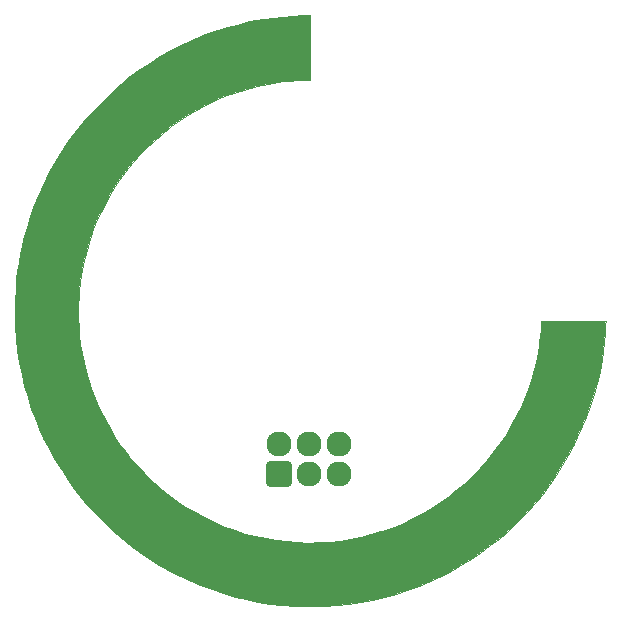
<source format=gbr>
%TF.GenerationSoftware,KiCad,Pcbnew,(6.0.7)*%
%TF.CreationDate,2022-09-05T18:42:41-05:00*%
%TF.ProjectId,Corelight SAO,436f7265-6c69-4676-9874-2053414f2e6b,rev?*%
%TF.SameCoordinates,Original*%
%TF.FileFunction,Soldermask,Top*%
%TF.FilePolarity,Negative*%
%FSLAX46Y46*%
G04 Gerber Fmt 4.6, Leading zero omitted, Abs format (unit mm)*
G04 Created by KiCad (PCBNEW (6.0.7)) date 2022-09-05 18:42:41*
%MOMM*%
%LPD*%
G01*
G04 APERTURE LIST*
G04 Aperture macros list*
%AMRoundRect*
0 Rectangle with rounded corners*
0 $1 Rounding radius*
0 $2 $3 $4 $5 $6 $7 $8 $9 X,Y pos of 4 corners*
0 Add a 4 corners polygon primitive as box body*
4,1,4,$2,$3,$4,$5,$6,$7,$8,$9,$2,$3,0*
0 Add four circle primitives for the rounded corners*
1,1,$1+$1,$2,$3*
1,1,$1+$1,$4,$5*
1,1,$1+$1,$6,$7*
1,1,$1+$1,$8,$9*
0 Add four rect primitives between the rounded corners*
20,1,$1+$1,$2,$3,$4,$5,0*
20,1,$1+$1,$4,$5,$6,$7,0*
20,1,$1+$1,$6,$7,$8,$9,0*
20,1,$1+$1,$8,$9,$2,$3,0*%
G04 Aperture macros list end*
%ADD10C,0.010000*%
%ADD11O,2.127200X2.127200*%
%ADD12RoundRect,0.200000X-0.863600X0.863600X-0.863600X-0.863600X0.863600X-0.863600X0.863600X0.863600X0*%
%ADD13C,2.127200*%
G04 APERTURE END LIST*
%TO.C,G\u002A\u002A\u002A*%
G36*
X152561805Y-83589102D02*
G01*
X152207263Y-83601779D01*
X151754144Y-83620496D01*
X151336434Y-83643172D01*
X150947346Y-83670340D01*
X150580096Y-83702534D01*
X150227897Y-83740288D01*
X149883962Y-83784137D01*
X149876995Y-83785097D01*
X148977651Y-83930382D01*
X148090035Y-84116106D01*
X147215209Y-84341739D01*
X146354239Y-84606751D01*
X145508188Y-84910614D01*
X144678120Y-85252796D01*
X143865099Y-85632769D01*
X143070190Y-86050004D01*
X142294457Y-86503969D01*
X141538963Y-86994136D01*
X140804772Y-87519975D01*
X140092950Y-88080957D01*
X139404558Y-88676551D01*
X138740663Y-89306229D01*
X138696433Y-89350273D01*
X138066719Y-90007373D01*
X137474274Y-90683769D01*
X136917832Y-91381225D01*
X136396130Y-92101504D01*
X135907903Y-92846369D01*
X135451888Y-93617585D01*
X135026819Y-94416916D01*
X134940788Y-94589692D01*
X134557654Y-95415560D01*
X134214762Y-96254536D01*
X133912154Y-97106459D01*
X133649873Y-97971166D01*
X133427962Y-98848494D01*
X133246463Y-99738281D01*
X133105418Y-100640365D01*
X133004871Y-101554584D01*
X132961780Y-102146192D01*
X132954750Y-102298747D01*
X132949204Y-102485523D01*
X132945142Y-102698432D01*
X132942564Y-102929387D01*
X132941472Y-103170300D01*
X132941866Y-103413086D01*
X132943746Y-103649655D01*
X132947113Y-103871922D01*
X132951967Y-104071800D01*
X132958310Y-104241200D01*
X132961641Y-104305192D01*
X133025512Y-105137075D01*
X133119211Y-105943504D01*
X133243535Y-106729837D01*
X133399285Y-107501434D01*
X133504720Y-107945859D01*
X133745089Y-108819271D01*
X134025203Y-109678545D01*
X134344576Y-110522715D01*
X134702721Y-111350816D01*
X135099152Y-112161881D01*
X135533382Y-112954945D01*
X136004925Y-113729040D01*
X136513294Y-114483203D01*
X137058002Y-115216466D01*
X137353687Y-115587025D01*
X137777217Y-116085385D01*
X138233145Y-116585009D01*
X138712751Y-117077108D01*
X139207312Y-117552887D01*
X139708105Y-118003555D01*
X139983240Y-118237703D01*
X140691492Y-118800615D01*
X141423978Y-119329681D01*
X142179058Y-119824073D01*
X142955092Y-120282965D01*
X143750441Y-120705530D01*
X144563465Y-121090942D01*
X145392523Y-121438373D01*
X146235976Y-121746997D01*
X147092184Y-122015988D01*
X147905138Y-122231468D01*
X148792176Y-122424208D01*
X149685300Y-122575620D01*
X150582885Y-122685765D01*
X151483306Y-122754707D01*
X152384938Y-122782508D01*
X153286156Y-122769231D01*
X154185334Y-122714939D01*
X155080848Y-122619694D01*
X155971073Y-122483561D01*
X156854382Y-122306601D01*
X157729152Y-122088877D01*
X158593758Y-121830453D01*
X158636638Y-121816482D01*
X159486759Y-121516206D01*
X160322362Y-121176571D01*
X161141726Y-120798570D01*
X161943132Y-120383196D01*
X162724860Y-119931443D01*
X163485190Y-119444302D01*
X164222403Y-118922769D01*
X164934777Y-118367835D01*
X165611055Y-117789053D01*
X165744623Y-117666811D01*
X165899929Y-117520505D01*
X166069910Y-117357099D01*
X166247507Y-117183559D01*
X166425656Y-117006849D01*
X166597298Y-116833933D01*
X166755370Y-116671776D01*
X166892812Y-116527342D01*
X166921510Y-116496556D01*
X167520235Y-115820273D01*
X168086205Y-115117871D01*
X168618640Y-114390865D01*
X169116761Y-113640767D01*
X169579789Y-112869090D01*
X170006946Y-112077348D01*
X170397453Y-111267055D01*
X170750532Y-110439723D01*
X171065402Y-109596866D01*
X171341286Y-108739998D01*
X171577405Y-107870631D01*
X171746794Y-107120359D01*
X171830886Y-106681830D01*
X171907044Y-106228259D01*
X171973910Y-105769942D01*
X172030128Y-105317173D01*
X172074340Y-104880245D01*
X172105190Y-104469454D01*
X172111671Y-104352163D01*
X172126245Y-104061775D01*
X177585880Y-104061775D01*
X177572047Y-104310484D01*
X177544268Y-104769158D01*
X177513521Y-105194385D01*
X177478880Y-105595000D01*
X177439415Y-105979840D01*
X177394198Y-106357742D01*
X177342302Y-106737541D01*
X177282797Y-107128074D01*
X177263534Y-107247359D01*
X177077158Y-108257501D01*
X176850186Y-109255730D01*
X176582771Y-110241576D01*
X176275067Y-111214568D01*
X175927225Y-112174237D01*
X175539400Y-113120115D01*
X175111744Y-114051730D01*
X174922916Y-114433442D01*
X174442787Y-115336914D01*
X173926715Y-116218646D01*
X173375687Y-117077578D01*
X172790694Y-117912647D01*
X172172722Y-118722792D01*
X171522760Y-119506951D01*
X170841797Y-120264062D01*
X170130822Y-120993064D01*
X169390822Y-121692895D01*
X168622786Y-122362493D01*
X167827703Y-123000797D01*
X167006561Y-123606744D01*
X166160348Y-124179274D01*
X165420555Y-124639778D01*
X164524321Y-125151751D01*
X163612985Y-125624202D01*
X162686855Y-126057037D01*
X161746240Y-126450162D01*
X160791451Y-126803485D01*
X159822795Y-127116911D01*
X158840582Y-127390347D01*
X157845121Y-127623698D01*
X156836720Y-127816872D01*
X155815690Y-127969774D01*
X154782338Y-128082312D01*
X153842388Y-128148987D01*
X153714371Y-128154269D01*
X153550677Y-128158621D01*
X153357817Y-128162049D01*
X153142302Y-128164559D01*
X152910646Y-128166155D01*
X152669360Y-128166843D01*
X152424956Y-128166629D01*
X152183946Y-128165519D01*
X151952842Y-128163517D01*
X151738157Y-128160628D01*
X151546402Y-128156860D01*
X151384089Y-128152216D01*
X151260055Y-128146832D01*
X150220375Y-128068576D01*
X149191453Y-127949566D01*
X148173875Y-127789998D01*
X147168229Y-127590069D01*
X146175100Y-127349974D01*
X145195077Y-127069911D01*
X144228747Y-126750077D01*
X143276696Y-126390668D01*
X142339512Y-125991880D01*
X141417781Y-125553911D01*
X140512091Y-125076957D01*
X139623029Y-124561214D01*
X138751182Y-124006879D01*
X138602388Y-123907244D01*
X138010577Y-123496736D01*
X137444071Y-123080148D01*
X136896570Y-122652185D01*
X136361775Y-122207556D01*
X135833388Y-121740966D01*
X135305110Y-121247122D01*
X134770643Y-120720731D01*
X134580333Y-120527192D01*
X133915975Y-119816700D01*
X133276910Y-119073650D01*
X132664796Y-118300609D01*
X132081295Y-117500141D01*
X131528066Y-116674811D01*
X131006768Y-115827185D01*
X130519062Y-114959828D01*
X130066607Y-114075306D01*
X129651062Y-113176183D01*
X129335421Y-112420759D01*
X128974943Y-111457924D01*
X128655229Y-110484085D01*
X128376389Y-109500036D01*
X128138532Y-108506576D01*
X127941767Y-107504499D01*
X127786202Y-106494602D01*
X127671949Y-105477682D01*
X127599115Y-104454534D01*
X127567809Y-103425956D01*
X127578142Y-102392743D01*
X127630222Y-101355692D01*
X127702782Y-100516359D01*
X127786010Y-99817548D01*
X127894173Y-99096607D01*
X128025599Y-98364330D01*
X128074067Y-98120668D01*
X128298708Y-97123943D01*
X128563739Y-96139151D01*
X128868618Y-95167415D01*
X129212804Y-94209859D01*
X129595757Y-93267607D01*
X130016934Y-92341784D01*
X130475796Y-91433513D01*
X130971801Y-90543919D01*
X131504408Y-89674126D01*
X132073076Y-88825257D01*
X132677264Y-87998438D01*
X133316430Y-87194792D01*
X133355504Y-87147786D01*
X133904474Y-86512482D01*
X134485526Y-85884554D01*
X135090659Y-85272011D01*
X135711869Y-84682862D01*
X136341155Y-84125113D01*
X136564342Y-83936710D01*
X137355820Y-83304145D01*
X138171955Y-82704108D01*
X139010891Y-82137591D01*
X139870768Y-81605584D01*
X140749728Y-81109079D01*
X141645914Y-80649068D01*
X142557469Y-80226541D01*
X143482532Y-79842490D01*
X144419248Y-79497906D01*
X145365757Y-79193781D01*
X145561845Y-79136230D01*
X146348770Y-78921205D01*
X147125012Y-78734271D01*
X147897211Y-78574411D01*
X148672006Y-78440611D01*
X149456037Y-78331856D01*
X150255943Y-78247131D01*
X151078364Y-78185420D01*
X151929939Y-78145710D01*
X152069680Y-78141320D01*
X152561805Y-78126854D01*
X152561805Y-83589102D01*
G37*
D10*
X152561805Y-83589102D02*
X152207263Y-83601779D01*
X151754144Y-83620496D01*
X151336434Y-83643172D01*
X150947346Y-83670340D01*
X150580096Y-83702534D01*
X150227897Y-83740288D01*
X149883962Y-83784137D01*
X149876995Y-83785097D01*
X148977651Y-83930382D01*
X148090035Y-84116106D01*
X147215209Y-84341739D01*
X146354239Y-84606751D01*
X145508188Y-84910614D01*
X144678120Y-85252796D01*
X143865099Y-85632769D01*
X143070190Y-86050004D01*
X142294457Y-86503969D01*
X141538963Y-86994136D01*
X140804772Y-87519975D01*
X140092950Y-88080957D01*
X139404558Y-88676551D01*
X138740663Y-89306229D01*
X138696433Y-89350273D01*
X138066719Y-90007373D01*
X137474274Y-90683769D01*
X136917832Y-91381225D01*
X136396130Y-92101504D01*
X135907903Y-92846369D01*
X135451888Y-93617585D01*
X135026819Y-94416916D01*
X134940788Y-94589692D01*
X134557654Y-95415560D01*
X134214762Y-96254536D01*
X133912154Y-97106459D01*
X133649873Y-97971166D01*
X133427962Y-98848494D01*
X133246463Y-99738281D01*
X133105418Y-100640365D01*
X133004871Y-101554584D01*
X132961780Y-102146192D01*
X132954750Y-102298747D01*
X132949204Y-102485523D01*
X132945142Y-102698432D01*
X132942564Y-102929387D01*
X132941472Y-103170300D01*
X132941866Y-103413086D01*
X132943746Y-103649655D01*
X132947113Y-103871922D01*
X132951967Y-104071800D01*
X132958310Y-104241200D01*
X132961641Y-104305192D01*
X133025512Y-105137075D01*
X133119211Y-105943504D01*
X133243535Y-106729837D01*
X133399285Y-107501434D01*
X133504720Y-107945859D01*
X133745089Y-108819271D01*
X134025203Y-109678545D01*
X134344576Y-110522715D01*
X134702721Y-111350816D01*
X135099152Y-112161881D01*
X135533382Y-112954945D01*
X136004925Y-113729040D01*
X136513294Y-114483203D01*
X137058002Y-115216466D01*
X137353687Y-115587025D01*
X137777217Y-116085385D01*
X138233145Y-116585009D01*
X138712751Y-117077108D01*
X139207312Y-117552887D01*
X139708105Y-118003555D01*
X139983240Y-118237703D01*
X140691492Y-118800615D01*
X141423978Y-119329681D01*
X142179058Y-119824073D01*
X142955092Y-120282965D01*
X143750441Y-120705530D01*
X144563465Y-121090942D01*
X145392523Y-121438373D01*
X146235976Y-121746997D01*
X147092184Y-122015988D01*
X147905138Y-122231468D01*
X148792176Y-122424208D01*
X149685300Y-122575620D01*
X150582885Y-122685765D01*
X151483306Y-122754707D01*
X152384938Y-122782508D01*
X153286156Y-122769231D01*
X154185334Y-122714939D01*
X155080848Y-122619694D01*
X155971073Y-122483561D01*
X156854382Y-122306601D01*
X157729152Y-122088877D01*
X158593758Y-121830453D01*
X158636638Y-121816482D01*
X159486759Y-121516206D01*
X160322362Y-121176571D01*
X161141726Y-120798570D01*
X161943132Y-120383196D01*
X162724860Y-119931443D01*
X163485190Y-119444302D01*
X164222403Y-118922769D01*
X164934777Y-118367835D01*
X165611055Y-117789053D01*
X165744623Y-117666811D01*
X165899929Y-117520505D01*
X166069910Y-117357099D01*
X166247507Y-117183559D01*
X166425656Y-117006849D01*
X166597298Y-116833933D01*
X166755370Y-116671776D01*
X166892812Y-116527342D01*
X166921510Y-116496556D01*
X167520235Y-115820273D01*
X168086205Y-115117871D01*
X168618640Y-114390865D01*
X169116761Y-113640767D01*
X169579789Y-112869090D01*
X170006946Y-112077348D01*
X170397453Y-111267055D01*
X170750532Y-110439723D01*
X171065402Y-109596866D01*
X171341286Y-108739998D01*
X171577405Y-107870631D01*
X171746794Y-107120359D01*
X171830886Y-106681830D01*
X171907044Y-106228259D01*
X171973910Y-105769942D01*
X172030128Y-105317173D01*
X172074340Y-104880245D01*
X172105190Y-104469454D01*
X172111671Y-104352163D01*
X172126245Y-104061775D01*
X177585880Y-104061775D01*
X177572047Y-104310484D01*
X177544268Y-104769158D01*
X177513521Y-105194385D01*
X177478880Y-105595000D01*
X177439415Y-105979840D01*
X177394198Y-106357742D01*
X177342302Y-106737541D01*
X177282797Y-107128074D01*
X177263534Y-107247359D01*
X177077158Y-108257501D01*
X176850186Y-109255730D01*
X176582771Y-110241576D01*
X176275067Y-111214568D01*
X175927225Y-112174237D01*
X175539400Y-113120115D01*
X175111744Y-114051730D01*
X174922916Y-114433442D01*
X174442787Y-115336914D01*
X173926715Y-116218646D01*
X173375687Y-117077578D01*
X172790694Y-117912647D01*
X172172722Y-118722792D01*
X171522760Y-119506951D01*
X170841797Y-120264062D01*
X170130822Y-120993064D01*
X169390822Y-121692895D01*
X168622786Y-122362493D01*
X167827703Y-123000797D01*
X167006561Y-123606744D01*
X166160348Y-124179274D01*
X165420555Y-124639778D01*
X164524321Y-125151751D01*
X163612985Y-125624202D01*
X162686855Y-126057037D01*
X161746240Y-126450162D01*
X160791451Y-126803485D01*
X159822795Y-127116911D01*
X158840582Y-127390347D01*
X157845121Y-127623698D01*
X156836720Y-127816872D01*
X155815690Y-127969774D01*
X154782338Y-128082312D01*
X153842388Y-128148987D01*
X153714371Y-128154269D01*
X153550677Y-128158621D01*
X153357817Y-128162049D01*
X153142302Y-128164559D01*
X152910646Y-128166155D01*
X152669360Y-128166843D01*
X152424956Y-128166629D01*
X152183946Y-128165519D01*
X151952842Y-128163517D01*
X151738157Y-128160628D01*
X151546402Y-128156860D01*
X151384089Y-128152216D01*
X151260055Y-128146832D01*
X150220375Y-128068576D01*
X149191453Y-127949566D01*
X148173875Y-127789998D01*
X147168229Y-127590069D01*
X146175100Y-127349974D01*
X145195077Y-127069911D01*
X144228747Y-126750077D01*
X143276696Y-126390668D01*
X142339512Y-125991880D01*
X141417781Y-125553911D01*
X140512091Y-125076957D01*
X139623029Y-124561214D01*
X138751182Y-124006879D01*
X138602388Y-123907244D01*
X138010577Y-123496736D01*
X137444071Y-123080148D01*
X136896570Y-122652185D01*
X136361775Y-122207556D01*
X135833388Y-121740966D01*
X135305110Y-121247122D01*
X134770643Y-120720731D01*
X134580333Y-120527192D01*
X133915975Y-119816700D01*
X133276910Y-119073650D01*
X132664796Y-118300609D01*
X132081295Y-117500141D01*
X131528066Y-116674811D01*
X131006768Y-115827185D01*
X130519062Y-114959828D01*
X130066607Y-114075306D01*
X129651062Y-113176183D01*
X129335421Y-112420759D01*
X128974943Y-111457924D01*
X128655229Y-110484085D01*
X128376389Y-109500036D01*
X128138532Y-108506576D01*
X127941767Y-107504499D01*
X127786202Y-106494602D01*
X127671949Y-105477682D01*
X127599115Y-104454534D01*
X127567809Y-103425956D01*
X127578142Y-102392743D01*
X127630222Y-101355692D01*
X127702782Y-100516359D01*
X127786010Y-99817548D01*
X127894173Y-99096607D01*
X128025599Y-98364330D01*
X128074067Y-98120668D01*
X128298708Y-97123943D01*
X128563739Y-96139151D01*
X128868618Y-95167415D01*
X129212804Y-94209859D01*
X129595757Y-93267607D01*
X130016934Y-92341784D01*
X130475796Y-91433513D01*
X130971801Y-90543919D01*
X131504408Y-89674126D01*
X132073076Y-88825257D01*
X132677264Y-87998438D01*
X133316430Y-87194792D01*
X133355504Y-87147786D01*
X133904474Y-86512482D01*
X134485526Y-85884554D01*
X135090659Y-85272011D01*
X135711869Y-84682862D01*
X136341155Y-84125113D01*
X136564342Y-83936710D01*
X137355820Y-83304145D01*
X138171955Y-82704108D01*
X139010891Y-82137591D01*
X139870768Y-81605584D01*
X140749728Y-81109079D01*
X141645914Y-80649068D01*
X142557469Y-80226541D01*
X143482532Y-79842490D01*
X144419248Y-79497906D01*
X145365757Y-79193781D01*
X145561845Y-79136230D01*
X146348770Y-78921205D01*
X147125012Y-78734271D01*
X147897211Y-78574411D01*
X148672006Y-78440611D01*
X149456037Y-78331856D01*
X150255943Y-78247131D01*
X151078364Y-78185420D01*
X151929939Y-78145710D01*
X152069680Y-78141320D01*
X152561805Y-78126854D01*
X152561805Y-83589102D01*
%TD*%
D11*
%TO.C,X1*%
X149945400Y-114447000D03*
D12*
X149945400Y-116987000D03*
D11*
X152485400Y-114447000D03*
X152485400Y-116987000D03*
D13*
X155025400Y-114447000D03*
X155025400Y-116987000D03*
%TD*%
M02*

</source>
